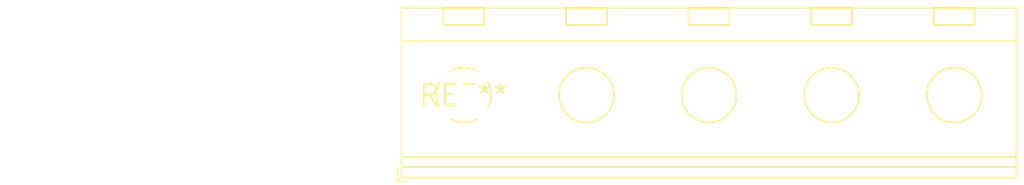
<source format=kicad_pcb>
(kicad_pcb (version 20240108) (generator pcbnew)
  (layers (0 "F.Cu" signal) (31 "B.Cu" signal) (34 "B.Paste" user) (35 "F.Paste" user) (36 "B.SilkS" user "B.Silkscreen") (37 "F.SilkS" user "F.Silkscreen") (38 "B.Mask" user) (39 "F.Mask" user) (44 "Edge.Cuts" user))
  (net 0 "")
  (footprint "TerminalBlock_RND_205-00070_1x05_P7.50mm_Horizontal" (layer "F.Cu") (at 0 0)
    (property "Reference" "REF**")
    (property "Value" "TerminalBlock_RND_205-00070_1x05_P7.50mm_Horizontal")
    (fp_line (start -4.05 4.46) (end -4.05 5.3) (layer "F.SilkS") (stroke (width 0.12)))
    (fp_line (start -4.05 5.3) (end -3.45 5.3) (layer "F.SilkS") (stroke (width 0.12)))
    (fp_line (start -3.81 -5.36) (end -3.81 5.06) (layer "F.SilkS") (stroke (width 0.12)))
    (fp_line (start -3.81 -5.36) (end 33.81 -5.36) (layer "F.SilkS") (stroke (width 0.12)))
    (fp_line (start -3.81 -3.301) (end 33.81 -3.301) (layer "F.SilkS") (stroke (width 0.12)))
    (fp_line (start -3.81 3.8) (end 33.81 3.8) (layer "F.SilkS") (stroke (width 0.12)))
    (fp_line (start -3.81 4.4) (end 33.81 4.4) (layer "F.SilkS") (stroke (width 0.12)))
    (fp_line (start -3.81 5.06) (end 33.81 5.06) (layer "F.SilkS") (stroke (width 0.12)))
    (fp_line (start -1.25 -5.301) (end -1.25 -4.301) (layer "F.SilkS") (stroke (width 0.12)))
    (fp_line (start -1.25 -5.301) (end 1.25 -5.301) (layer "F.SilkS") (stroke (width 0.12)))
    (fp_line (start -1.25 -4.301) (end 1.25 -4.301) (layer "F.SilkS") (stroke (width 0.12)))
    (fp_line (start 1.25 -5.301) (end 1.25 -4.301) (layer "F.SilkS") (stroke (width 0.12)))
    (fp_line (start 6.25 -5.301) (end 6.25 -4.301) (layer "F.SilkS") (stroke (width 0.12)))
    (fp_line (start 6.25 -5.301) (end 8.75 -5.301) (layer "F.SilkS") (stroke (width 0.12)))
    (fp_line (start 6.25 -4.301) (end 8.75 -4.301) (layer "F.SilkS") (stroke (width 0.12)))
    (fp_line (start 8.75 -5.301) (end 8.75 -4.301) (layer "F.SilkS") (stroke (width 0.12)))
    (fp_line (start 13.75 -5.301) (end 13.75 -4.301) (layer "F.SilkS") (stroke (width 0.12)))
    (fp_line (start 13.75 -5.301) (end 16.25 -5.301) (layer "F.SilkS") (stroke (width 0.12)))
    (fp_line (start 13.75 -4.301) (end 16.25 -4.301) (layer "F.SilkS") (stroke (width 0.12)))
    (fp_line (start 16.25 -5.301) (end 16.25 -4.301) (layer "F.SilkS") (stroke (width 0.12)))
    (fp_line (start 21.25 -5.301) (end 21.25 -4.301) (layer "F.SilkS") (stroke (width 0.12)))
    (fp_line (start 21.25 -5.301) (end 23.75 -5.301) (layer "F.SilkS") (stroke (width 0.12)))
    (fp_line (start 21.25 -4.301) (end 23.75 -4.301) (layer "F.SilkS") (stroke (width 0.12)))
    (fp_line (start 23.75 -5.301) (end 23.75 -4.301) (layer "F.SilkS") (stroke (width 0.12)))
    (fp_line (start 28.75 -5.301) (end 28.75 -4.301) (layer "F.SilkS") (stroke (width 0.12)))
    (fp_line (start 28.75 -5.301) (end 31.25 -5.301) (layer "F.SilkS") (stroke (width 0.12)))
    (fp_line (start 28.75 -4.301) (end 31.25 -4.301) (layer "F.SilkS") (stroke (width 0.12)))
    (fp_line (start 31.25 -5.301) (end 31.25 -4.301) (layer "F.SilkS") (stroke (width 0.12)))
    (fp_line (start 33.81 -5.36) (end 33.81 5.06) (layer "F.SilkS") (stroke (width 0.12)))
    (fp_arc (start -1.483953 0.789089) (mid -1.680708 5e-05) (end -1.484 -0.789) (layer "F.SilkS") (stroke (width 0.12)))
    (fp_arc (start -0.789089 -1.483953) (mid -5e-05 -1.680708) (end 0.789 -1.484) (layer "F.SilkS") (stroke (width 0.12)))
    (fp_arc (start 0.029383 1.68045) (mid -0.392304 1.634281) (end -0.789 1.484) (layer "F.SilkS") (stroke (width 0.12)))
    (fp_arc (start 0.788712 1.483352) (mid 0.406429 1.630097) (end 0 1.68) (layer "F.SilkS") (stroke (width 0.12)))
    (fp_arc (start 1.483953 -0.789089) (mid 1.680708 -5e-05) (end 1.484 0.789) (layer "F.SilkS") (stroke (width 0.12)))
    (fp_circle (center 7.5 0) (end 9.18 0) (layer "F.SilkS") (stroke (width 0.12)) (fill none))
    (fp_circle (center 15 0) (end 16.68 0) (layer "F.SilkS") (stroke (width 0.12)) (fill none))
    (fp_circle (center 22.5 0) (end 24.18 0) (layer "F.SilkS") (stroke (width 0.12)) (fill none))
    (fp_circle (center 30 0) (end 31.68 0) (layer "F.SilkS") (stroke (width 0.12)) (fill none))
    (pad "1" thru_hole rect (at 0 0) (size 2.5 2.5) (drill 1.3) (layers *.Cu *.Mask) (remove_unused_layers))
    (pad "2" thru_hole circle (at 7.5 0) (size 2.5 2.5) (drill 1.3) (layers *.Cu *.Mask) (remove_unused_layers))
    (pad "3" thru_hole circle (at 15 0) (size 2.5 2.5) (drill 1.3) (layers *.Cu *.Mask) (remove_unused_layers))
    (pad "4" thru_hole circle (at 22.5 0) (size 2.5 2.5) (drill 1.3) (layers *.Cu *.Mask) (remove_unused_layers))
    (pad "5" thru_hole circle (at 30 0) (size 2.5 2.5) (drill 1.3) (layers *.Cu *.Mask) (remove_unused_layers))
  )
)
</source>
